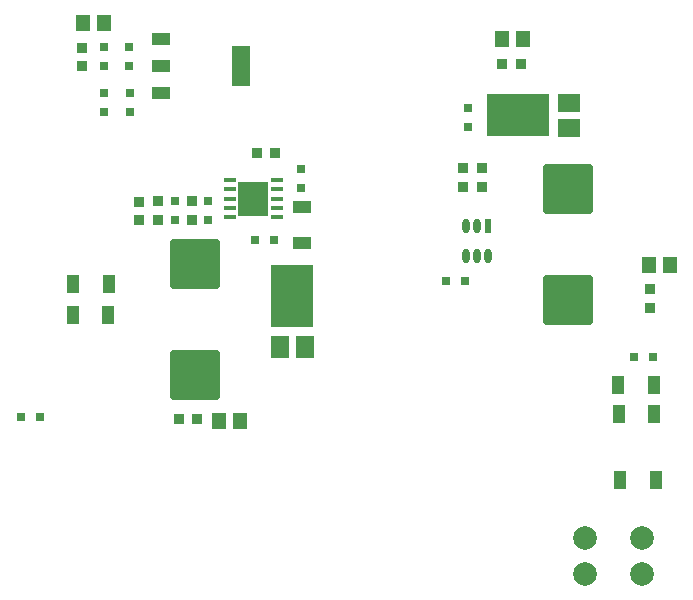
<source format=gbr>
%TF.GenerationSoftware,Altium Limited,Altium Designer,22.5.1 (42)*%
G04 Layer_Color=8421504*
%FSLAX44Y44*%
%MOMM*%
%TF.SameCoordinates,89E13746-3D4A-4BC1-B2AC-D00D571BF165*%
%TF.FilePolarity,Positive*%
%TF.FileFunction,Paste,Top*%
%TF.Part,Single*%
G01*
G75*
%TA.AperFunction,SMDPad,CuDef*%
%ADD10C,2.0000*%
%ADD11R,1.1600X1.4700*%
%ADD12R,1.0000X0.4000*%
%ADD13R,2.6000X3.0000*%
%ADD14R,1.0000X1.6000*%
%ADD15R,0.8000X0.8000*%
%ADD16R,0.8500X0.8500*%
%ADD17O,0.6000X1.2000*%
%ADD18R,0.6000X1.2000*%
%ADD19R,0.8500X0.8500*%
G04:AMPARAMS|DCode=20|XSize=4.2mm|YSize=4.2mm|CornerRadius=0.21mm|HoleSize=0mm|Usage=FLASHONLY|Rotation=270.000|XOffset=0mm|YOffset=0mm|HoleType=Round|Shape=RoundedRectangle|*
%AMROUNDEDRECTD20*
21,1,4.2000,3.7800,0,0,270.0*
21,1,3.7800,4.2000,0,0,270.0*
1,1,0.4200,-1.8900,-1.8900*
1,1,0.4200,-1.8900,1.8900*
1,1,0.4200,1.8900,1.8900*
1,1,0.4200,1.8900,-1.8900*
%
%ADD20ROUNDEDRECTD20*%
%ADD21R,1.8500X1.5000*%
%ADD22R,5.3500X3.6000*%
%ADD23R,1.5500X1.1000*%
%ADD24R,1.5500X1.1000*%
%ADD25R,1.5500X3.4500*%
%ADD26R,0.8000X0.8000*%
%ADD27R,1.6000X1.0000*%
%ADD28R,3.6000X5.3500*%
%ADD29R,1.5000X1.8500*%
D10*
X197500Y-275250D02*
D03*
X245500Y-275250D02*
D03*
X197500Y-245250D02*
D03*
X245500Y-245250D02*
D03*
D11*
X-209600Y191500D02*
D03*
X-227400D02*
D03*
X251100Y-14000D02*
D03*
X268900D02*
D03*
X144900Y177500D02*
D03*
X127100D02*
D03*
X-95100Y-146000D02*
D03*
X-112900D02*
D03*
D12*
X-63500Y26500D02*
D03*
Y34500D02*
D03*
Y42500D02*
D03*
Y50500D02*
D03*
Y58500D02*
D03*
X-103500D02*
D03*
Y50500D02*
D03*
Y42500D02*
D03*
Y34500D02*
D03*
Y26500D02*
D03*
D13*
X-83500Y42500D02*
D03*
D14*
X257250Y-196000D02*
D03*
X227250D02*
D03*
X256000Y-140000D02*
D03*
X226000D02*
D03*
X255500Y-115500D02*
D03*
X225500D02*
D03*
X-236250Y-56250D02*
D03*
X-206250D02*
D03*
X-235750Y-29750D02*
D03*
X-205750D02*
D03*
D15*
X254500Y-91500D02*
D03*
X238500D02*
D03*
X96000Y-27500D02*
D03*
X80000D02*
D03*
X-82250Y7750D02*
D03*
X-66250D02*
D03*
X-280000Y-142250D02*
D03*
X-264000D02*
D03*
D16*
X252000Y-49750D02*
D03*
Y-34250D02*
D03*
X-228500Y170250D02*
D03*
Y154750D02*
D03*
X-135750Y24750D02*
D03*
Y40250D02*
D03*
X-164500Y24750D02*
D03*
Y40250D02*
D03*
X-180000Y24500D02*
D03*
Y40000D02*
D03*
D17*
X106000Y19500D02*
D03*
X96500D02*
D03*
X115500Y-6500D02*
D03*
X106000D02*
D03*
X96500D02*
D03*
D18*
X115500Y19500D02*
D03*
D19*
X94250Y52500D02*
D03*
X109750D02*
D03*
Y68500D02*
D03*
X94250D02*
D03*
X127250Y156500D02*
D03*
X142750D02*
D03*
X-80500Y81250D02*
D03*
X-65000D02*
D03*
X-131000Y-144000D02*
D03*
X-146500D02*
D03*
D20*
X183000Y-43500D02*
D03*
Y50500D02*
D03*
X-132500Y-13000D02*
D03*
Y-107000D02*
D03*
D21*
X184000Y102500D02*
D03*
Y123500D02*
D03*
D22*
X141000Y113000D02*
D03*
D23*
X-161250Y154500D02*
D03*
Y131500D02*
D03*
D24*
Y177500D02*
D03*
D25*
X-93750Y154500D02*
D03*
D26*
X-188500D02*
D03*
Y170500D02*
D03*
X-209500Y154500D02*
D03*
Y170500D02*
D03*
X-187500Y131500D02*
D03*
Y115500D02*
D03*
X-209500Y131500D02*
D03*
Y115500D02*
D03*
X98000Y119500D02*
D03*
Y103500D02*
D03*
X-149750Y24250D02*
D03*
Y40250D02*
D03*
X-121750Y40500D02*
D03*
Y24500D02*
D03*
X-43500Y51250D02*
D03*
Y67250D02*
D03*
D27*
X-42000Y5000D02*
D03*
Y35000D02*
D03*
D28*
X-50500Y-40250D02*
D03*
D29*
X-40000Y-83250D02*
D03*
X-61000D02*
D03*
%TF.MD5,70c20e61ac5f4ed0f775d605f777bb1e*%
M02*

</source>
